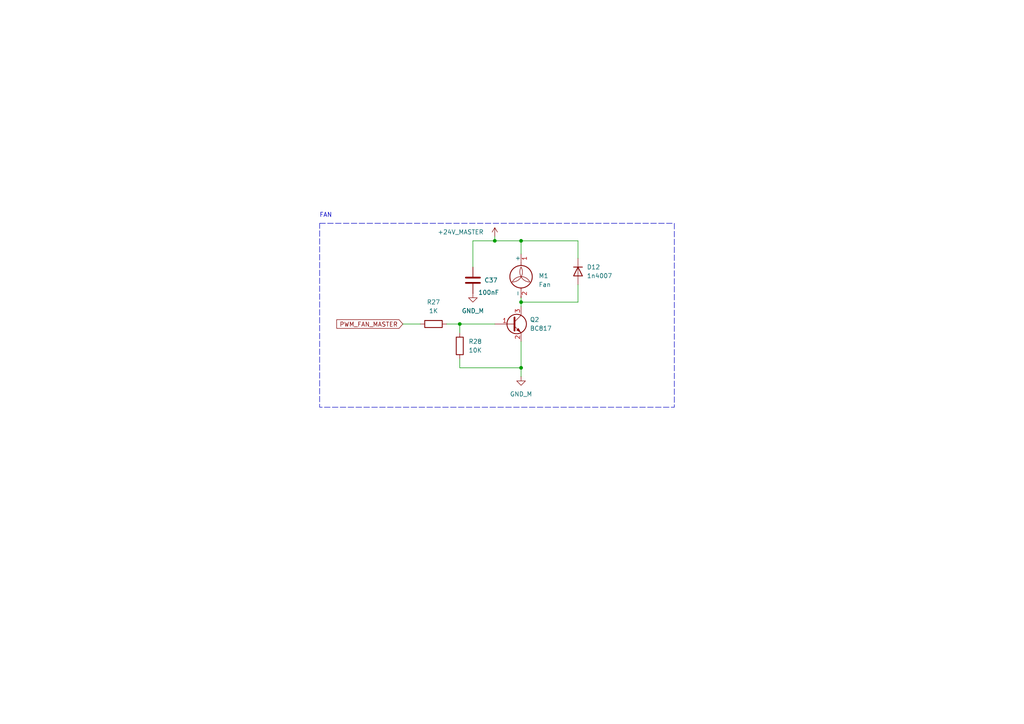
<source format=kicad_sch>
(kicad_sch
	(version 20231120)
	(generator "eeschema")
	(generator_version "8.0")
	(uuid "3e58ced0-e83a-4211-9cbe-2b529e0a13fe")
	(paper "A4")
	(title_block
		(title "FONTE CC/CV MICROCONTROLADA")
		(rev "02")
		(company "MV TECH")
	)
	(lib_symbols
		(symbol "Device:C"
			(pin_numbers hide)
			(pin_names
				(offset 0.254)
			)
			(exclude_from_sim no)
			(in_bom yes)
			(on_board yes)
			(property "Reference" "C"
				(at 0.635 2.54 0)
				(effects
					(font
						(size 1.27 1.27)
					)
					(justify left)
				)
			)
			(property "Value" "C"
				(at 0.635 -2.54 0)
				(effects
					(font
						(size 1.27 1.27)
					)
					(justify left)
				)
			)
			(property "Footprint" ""
				(at 0.9652 -3.81 0)
				(effects
					(font
						(size 1.27 1.27)
					)
					(hide yes)
				)
			)
			(property "Datasheet" "~"
				(at 0 0 0)
				(effects
					(font
						(size 1.27 1.27)
					)
					(hide yes)
				)
			)
			(property "Description" "Unpolarized capacitor"
				(at 0 0 0)
				(effects
					(font
						(size 1.27 1.27)
					)
					(hide yes)
				)
			)
			(property "ki_keywords" "cap capacitor"
				(at 0 0 0)
				(effects
					(font
						(size 1.27 1.27)
					)
					(hide yes)
				)
			)
			(property "ki_fp_filters" "C_*"
				(at 0 0 0)
				(effects
					(font
						(size 1.27 1.27)
					)
					(hide yes)
				)
			)
			(symbol "C_0_1"
				(polyline
					(pts
						(xy -2.032 -0.762) (xy 2.032 -0.762)
					)
					(stroke
						(width 0.508)
						(type default)
					)
					(fill
						(type none)
					)
				)
				(polyline
					(pts
						(xy -2.032 0.762) (xy 2.032 0.762)
					)
					(stroke
						(width 0.508)
						(type default)
					)
					(fill
						(type none)
					)
				)
			)
			(symbol "C_1_1"
				(pin passive line
					(at 0 3.81 270)
					(length 2.794)
					(name "~"
						(effects
							(font
								(size 1.27 1.27)
							)
						)
					)
					(number "1"
						(effects
							(font
								(size 1.27 1.27)
							)
						)
					)
				)
				(pin passive line
					(at 0 -3.81 90)
					(length 2.794)
					(name "~"
						(effects
							(font
								(size 1.27 1.27)
							)
						)
					)
					(number "2"
						(effects
							(font
								(size 1.27 1.27)
							)
						)
					)
				)
			)
		)
		(symbol "Device:R"
			(pin_numbers hide)
			(pin_names
				(offset 0)
			)
			(exclude_from_sim no)
			(in_bom yes)
			(on_board yes)
			(property "Reference" "R"
				(at 2.032 0 90)
				(effects
					(font
						(size 1.27 1.27)
					)
				)
			)
			(property "Value" "R"
				(at 0 0 90)
				(effects
					(font
						(size 1.27 1.27)
					)
				)
			)
			(property "Footprint" ""
				(at -1.778 0 90)
				(effects
					(font
						(size 1.27 1.27)
					)
					(hide yes)
				)
			)
			(property "Datasheet" "~"
				(at 0 0 0)
				(effects
					(font
						(size 1.27 1.27)
					)
					(hide yes)
				)
			)
			(property "Description" "Resistor"
				(at 0 0 0)
				(effects
					(font
						(size 1.27 1.27)
					)
					(hide yes)
				)
			)
			(property "ki_keywords" "R res resistor"
				(at 0 0 0)
				(effects
					(font
						(size 1.27 1.27)
					)
					(hide yes)
				)
			)
			(property "ki_fp_filters" "R_*"
				(at 0 0 0)
				(effects
					(font
						(size 1.27 1.27)
					)
					(hide yes)
				)
			)
			(symbol "R_0_1"
				(rectangle
					(start -1.016 -2.54)
					(end 1.016 2.54)
					(stroke
						(width 0.254)
						(type default)
					)
					(fill
						(type none)
					)
				)
			)
			(symbol "R_1_1"
				(pin passive line
					(at 0 3.81 270)
					(length 1.27)
					(name "~"
						(effects
							(font
								(size 1.27 1.27)
							)
						)
					)
					(number "1"
						(effects
							(font
								(size 1.27 1.27)
							)
						)
					)
				)
				(pin passive line
					(at 0 -3.81 90)
					(length 1.27)
					(name "~"
						(effects
							(font
								(size 1.27 1.27)
							)
						)
					)
					(number "2"
						(effects
							(font
								(size 1.27 1.27)
							)
						)
					)
				)
			)
		)
		(symbol "Diode:US2AA"
			(pin_numbers hide)
			(pin_names hide)
			(exclude_from_sim no)
			(in_bom yes)
			(on_board yes)
			(property "Reference" "D"
				(at 0 2.54 0)
				(effects
					(font
						(size 1.27 1.27)
					)
				)
			)
			(property "Value" "US2AA"
				(at 0 -2.54 0)
				(effects
					(font
						(size 1.27 1.27)
					)
				)
			)
			(property "Footprint" "Diode_SMD:D_SMA"
				(at 0 -4.445 0)
				(effects
					(font
						(size 1.27 1.27)
					)
					(hide yes)
				)
			)
			(property "Datasheet" "https://www.onsemi.com/pub/Collateral/US2AA-D.PDF"
				(at 0 0 0)
				(effects
					(font
						(size 1.27 1.27)
					)
					(hide yes)
				)
			)
			(property "Description" "50V, 1.5A, General Purpose Rectifier Diode, SMA(DO-214AC)"
				(at 0 0 0)
				(effects
					(font
						(size 1.27 1.27)
					)
					(hide yes)
				)
			)
			(property "Sim.Device" "D"
				(at 0 0 0)
				(effects
					(font
						(size 1.27 1.27)
					)
					(hide yes)
				)
			)
			(property "Sim.Pins" "1=K 2=A"
				(at 0 0 0)
				(effects
					(font
						(size 1.27 1.27)
					)
					(hide yes)
				)
			)
			(property "ki_keywords" "Super Fast"
				(at 0 0 0)
				(effects
					(font
						(size 1.27 1.27)
					)
					(hide yes)
				)
			)
			(property "ki_fp_filters" "D*SMA*"
				(at 0 0 0)
				(effects
					(font
						(size 1.27 1.27)
					)
					(hide yes)
				)
			)
			(symbol "US2AA_0_1"
				(polyline
					(pts
						(xy -1.27 1.27) (xy -1.27 -1.27)
					)
					(stroke
						(width 0.254)
						(type default)
					)
					(fill
						(type none)
					)
				)
				(polyline
					(pts
						(xy 1.27 0) (xy -1.27 0)
					)
					(stroke
						(width 0)
						(type default)
					)
					(fill
						(type none)
					)
				)
				(polyline
					(pts
						(xy 1.27 1.27) (xy 1.27 -1.27) (xy -1.27 0) (xy 1.27 1.27)
					)
					(stroke
						(width 0.254)
						(type default)
					)
					(fill
						(type none)
					)
				)
			)
			(symbol "US2AA_1_1"
				(pin passive line
					(at -3.81 0 0)
					(length 2.54)
					(name "K"
						(effects
							(font
								(size 1.27 1.27)
							)
						)
					)
					(number "1"
						(effects
							(font
								(size 1.27 1.27)
							)
						)
					)
				)
				(pin passive line
					(at 3.81 0 180)
					(length 2.54)
					(name "A"
						(effects
							(font
								(size 1.27 1.27)
							)
						)
					)
					(number "2"
						(effects
							(font
								(size 1.27 1.27)
							)
						)
					)
				)
			)
		)
		(symbol "Motor:Fan"
			(pin_names
				(offset 0)
			)
			(exclude_from_sim no)
			(in_bom yes)
			(on_board yes)
			(property "Reference" "M"
				(at 2.54 5.08 0)
				(effects
					(font
						(size 1.27 1.27)
					)
					(justify left)
				)
			)
			(property "Value" "Fan"
				(at 2.54 -2.54 0)
				(effects
					(font
						(size 1.27 1.27)
					)
					(justify left top)
				)
			)
			(property "Footprint" ""
				(at 0 0.254 0)
				(effects
					(font
						(size 1.27 1.27)
					)
					(hide yes)
				)
			)
			(property "Datasheet" "~"
				(at 0 0.254 0)
				(effects
					(font
						(size 1.27 1.27)
					)
					(hide yes)
				)
			)
			(property "Description" "Fan"
				(at 0 0 0)
				(effects
					(font
						(size 1.27 1.27)
					)
					(hide yes)
				)
			)
			(property "ki_keywords" "Fan Motor"
				(at 0 0 0)
				(effects
					(font
						(size 1.27 1.27)
					)
					(hide yes)
				)
			)
			(property "ki_fp_filters" "PinHeader*P2.54mm* TerminalBlock*"
				(at 0 0 0)
				(effects
					(font
						(size 1.27 1.27)
					)
					(hide yes)
				)
			)
			(symbol "Fan_0_1"
				(arc
					(start -2.54 -0.508)
					(mid 0.0028 0.9121)
					(end 0 3.81)
					(stroke
						(width 0)
						(type default)
					)
					(fill
						(type none)
					)
				)
				(polyline
					(pts
						(xy 0 -5.08) (xy 0 -4.572)
					)
					(stroke
						(width 0)
						(type default)
					)
					(fill
						(type none)
					)
				)
				(polyline
					(pts
						(xy 0 -2.2352) (xy 0 -2.6416)
					)
					(stroke
						(width 0)
						(type default)
					)
					(fill
						(type none)
					)
				)
				(polyline
					(pts
						(xy 0 4.2672) (xy 0 4.6228)
					)
					(stroke
						(width 0)
						(type default)
					)
					(fill
						(type none)
					)
				)
				(polyline
					(pts
						(xy 0 4.572) (xy 0 5.08)
					)
					(stroke
						(width 0)
						(type default)
					)
					(fill
						(type none)
					)
				)
				(circle
					(center 0 1.016)
					(radius 3.2512)
					(stroke
						(width 0.254)
						(type default)
					)
					(fill
						(type none)
					)
				)
				(arc
					(start 0 3.81)
					(mid 0.053 0.921)
					(end 2.54 -0.508)
					(stroke
						(width 0)
						(type default)
					)
					(fill
						(type none)
					)
				)
				(arc
					(start 2.54 -0.508)
					(mid 0 1.0618)
					(end -2.54 -0.508)
					(stroke
						(width 0)
						(type default)
					)
					(fill
						(type none)
					)
				)
			)
			(symbol "Fan_1_1"
				(pin passive line
					(at 0 7.62 270)
					(length 2.54)
					(name "+"
						(effects
							(font
								(size 1.27 1.27)
							)
						)
					)
					(number "1"
						(effects
							(font
								(size 1.27 1.27)
							)
						)
					)
				)
				(pin passive line
					(at 0 -5.08 90)
					(length 2.54)
					(name "-"
						(effects
							(font
								(size 1.27 1.27)
							)
						)
					)
					(number "2"
						(effects
							(font
								(size 1.27 1.27)
							)
						)
					)
				)
			)
		)
		(symbol "Transistor_BJT:BC817"
			(pin_names
				(offset 0) hide)
			(exclude_from_sim no)
			(in_bom yes)
			(on_board yes)
			(property "Reference" "Q"
				(at 5.08 1.905 0)
				(effects
					(font
						(size 1.27 1.27)
					)
					(justify left)
				)
			)
			(property "Value" "BC817"
				(at 5.08 0 0)
				(effects
					(font
						(size 1.27 1.27)
					)
					(justify left)
				)
			)
			(property "Footprint" "Package_TO_SOT_SMD:SOT-23"
				(at 5.08 -1.905 0)
				(effects
					(font
						(size 1.27 1.27)
						(italic yes)
					)
					(justify left)
					(hide yes)
				)
			)
			(property "Datasheet" "https://www.onsemi.com/pub/Collateral/BC818-D.pdf"
				(at 0 0 0)
				(effects
					(font
						(size 1.27 1.27)
					)
					(justify left)
					(hide yes)
				)
			)
			(property "Description" "0.8A Ic, 45V Vce, NPN Transistor, SOT-23"
				(at 0 0 0)
				(effects
					(font
						(size 1.27 1.27)
					)
					(hide yes)
				)
			)
			(property "ki_keywords" "NPN Transistor"
				(at 0 0 0)
				(effects
					(font
						(size 1.27 1.27)
					)
					(hide yes)
				)
			)
			(property "ki_fp_filters" "SOT?23*"
				(at 0 0 0)
				(effects
					(font
						(size 1.27 1.27)
					)
					(hide yes)
				)
			)
			(symbol "BC817_0_1"
				(polyline
					(pts
						(xy 0.635 0.635) (xy 2.54 2.54)
					)
					(stroke
						(width 0)
						(type default)
					)
					(fill
						(type none)
					)
				)
				(polyline
					(pts
						(xy 0.635 -0.635) (xy 2.54 -2.54) (xy 2.54 -2.54)
					)
					(stroke
						(width 0)
						(type default)
					)
					(fill
						(type none)
					)
				)
				(polyline
					(pts
						(xy 0.635 1.905) (xy 0.635 -1.905) (xy 0.635 -1.905)
					)
					(stroke
						(width 0.508)
						(type default)
					)
					(fill
						(type none)
					)
				)
				(polyline
					(pts
						(xy 1.27 -1.778) (xy 1.778 -1.27) (xy 2.286 -2.286) (xy 1.27 -1.778) (xy 1.27 -1.778)
					)
					(stroke
						(width 0)
						(type default)
					)
					(fill
						(type outline)
					)
				)
				(circle
					(center 1.27 0)
					(radius 2.8194)
					(stroke
						(width 0.254)
						(type default)
					)
					(fill
						(type none)
					)
				)
			)
			(symbol "BC817_1_1"
				(pin input line
					(at -5.08 0 0)
					(length 5.715)
					(name "B"
						(effects
							(font
								(size 1.27 1.27)
							)
						)
					)
					(number "1"
						(effects
							(font
								(size 1.27 1.27)
							)
						)
					)
				)
				(pin passive line
					(at 2.54 -5.08 90)
					(length 2.54)
					(name "E"
						(effects
							(font
								(size 1.27 1.27)
							)
						)
					)
					(number "2"
						(effects
							(font
								(size 1.27 1.27)
							)
						)
					)
				)
				(pin passive line
					(at 2.54 5.08 270)
					(length 2.54)
					(name "C"
						(effects
							(font
								(size 1.27 1.27)
							)
						)
					)
					(number "3"
						(effects
							(font
								(size 1.27 1.27)
							)
						)
					)
				)
			)
		)
		(symbol "power:GND"
			(power)
			(pin_numbers hide)
			(pin_names
				(offset 0) hide)
			(exclude_from_sim no)
			(in_bom yes)
			(on_board yes)
			(property "Reference" "#PWR"
				(at 0 -6.35 0)
				(effects
					(font
						(size 1.27 1.27)
					)
					(hide yes)
				)
			)
			(property "Value" "GND"
				(at 0 -3.81 0)
				(effects
					(font
						(size 1.27 1.27)
					)
				)
			)
			(property "Footprint" ""
				(at 0 0 0)
				(effects
					(font
						(size 1.27 1.27)
					)
					(hide yes)
				)
			)
			(property "Datasheet" ""
				(at 0 0 0)
				(effects
					(font
						(size 1.27 1.27)
					)
					(hide yes)
				)
			)
			(property "Description" "Power symbol creates a global label with name \"GND\" , ground"
				(at 0 0 0)
				(effects
					(font
						(size 1.27 1.27)
					)
					(hide yes)
				)
			)
			(property "ki_keywords" "global power"
				(at 0 0 0)
				(effects
					(font
						(size 1.27 1.27)
					)
					(hide yes)
				)
			)
			(symbol "GND_0_1"
				(polyline
					(pts
						(xy 0 0) (xy 0 -1.27) (xy 1.27 -1.27) (xy 0 -2.54) (xy -1.27 -1.27) (xy 0 -1.27)
					)
					(stroke
						(width 0)
						(type default)
					)
					(fill
						(type none)
					)
				)
			)
			(symbol "GND_1_1"
				(pin power_in line
					(at 0 0 270)
					(length 0)
					(name "~"
						(effects
							(font
								(size 1.27 1.27)
							)
						)
					)
					(number "1"
						(effects
							(font
								(size 1.27 1.27)
							)
						)
					)
				)
			)
		)
		(symbol "power:VCC"
			(power)
			(pin_numbers hide)
			(pin_names
				(offset 0) hide)
			(exclude_from_sim no)
			(in_bom yes)
			(on_board yes)
			(property "Reference" "#PWR"
				(at 0 -3.81 0)
				(effects
					(font
						(size 1.27 1.27)
					)
					(hide yes)
				)
			)
			(property "Value" "VCC"
				(at 0 3.556 0)
				(effects
					(font
						(size 1.27 1.27)
					)
				)
			)
			(property "Footprint" ""
				(at 0 0 0)
				(effects
					(font
						(size 1.27 1.27)
					)
					(hide yes)
				)
			)
			(property "Datasheet" ""
				(at 0 0 0)
				(effects
					(font
						(size 1.27 1.27)
					)
					(hide yes)
				)
			)
			(property "Description" "Power symbol creates a global label with name \"VCC\""
				(at 0 0 0)
				(effects
					(font
						(size 1.27 1.27)
					)
					(hide yes)
				)
			)
			(property "ki_keywords" "global power"
				(at 0 0 0)
				(effects
					(font
						(size 1.27 1.27)
					)
					(hide yes)
				)
			)
			(symbol "VCC_0_1"
				(polyline
					(pts
						(xy -0.762 1.27) (xy 0 2.54)
					)
					(stroke
						(width 0)
						(type default)
					)
					(fill
						(type none)
					)
				)
				(polyline
					(pts
						(xy 0 0) (xy 0 2.54)
					)
					(stroke
						(width 0)
						(type default)
					)
					(fill
						(type none)
					)
				)
				(polyline
					(pts
						(xy 0 2.54) (xy 0.762 1.27)
					)
					(stroke
						(width 0)
						(type default)
					)
					(fill
						(type none)
					)
				)
			)
			(symbol "VCC_1_1"
				(pin power_in line
					(at 0 0 90)
					(length 0)
					(name "~"
						(effects
							(font
								(size 1.27 1.27)
							)
						)
					)
					(number "1"
						(effects
							(font
								(size 1.27 1.27)
							)
						)
					)
				)
			)
		)
	)
	(junction
		(at 151.13 69.85)
		(diameter 0)
		(color 0 0 0 0)
		(uuid "639aa4f2-7718-42fd-bae3-202648b2f0f3")
	)
	(junction
		(at 143.51 69.85)
		(diameter 0)
		(color 0 0 0 0)
		(uuid "7ee5dbaf-5768-4528-a937-c8f17d73cf44")
	)
	(junction
		(at 133.35 93.98)
		(diameter 0)
		(color 0 0 0 0)
		(uuid "7f66ad22-76e1-4b0b-b5b3-8ab9d879ef2d")
	)
	(junction
		(at 151.13 106.68)
		(diameter 0)
		(color 0 0 0 0)
		(uuid "eb74da8e-0e7b-4579-82b3-a7b1db522f58")
	)
	(junction
		(at 151.13 87.63)
		(diameter 0)
		(color 0 0 0 0)
		(uuid "f0cf34a4-c187-4a52-a69f-dbc2b2578eb7")
	)
	(wire
		(pts
			(xy 133.35 106.68) (xy 151.13 106.68)
		)
		(stroke
			(width 0)
			(type default)
		)
		(uuid "047f84a0-8714-41bf-9464-545155d21a95")
	)
	(wire
		(pts
			(xy 151.13 87.63) (xy 151.13 88.9)
		)
		(stroke
			(width 0)
			(type default)
		)
		(uuid "0ac47c27-e5ac-40b7-a782-33a3fc2a39a3")
	)
	(wire
		(pts
			(xy 129.54 93.98) (xy 133.35 93.98)
		)
		(stroke
			(width 0)
			(type default)
		)
		(uuid "33fd06c1-cfb5-4398-9318-cca3aa96d339")
	)
	(wire
		(pts
			(xy 151.13 106.68) (xy 151.13 109.22)
		)
		(stroke
			(width 0)
			(type default)
		)
		(uuid "34895d37-abeb-41b4-9d4e-03ab6f2a1587")
	)
	(wire
		(pts
			(xy 143.51 68.58) (xy 143.51 69.85)
		)
		(stroke
			(width 0)
			(type default)
		)
		(uuid "394031a9-0ca4-4cba-ad12-4cad80ac72c7")
	)
	(wire
		(pts
			(xy 151.13 99.06) (xy 151.13 106.68)
		)
		(stroke
			(width 0)
			(type default)
		)
		(uuid "40443edf-e85f-4713-bb6b-a9a488d664b4")
	)
	(wire
		(pts
			(xy 143.51 93.98) (xy 133.35 93.98)
		)
		(stroke
			(width 0)
			(type default)
		)
		(uuid "4c9c19f8-bbfd-47f2-9efa-6c59f78989d5")
	)
	(wire
		(pts
			(xy 143.51 69.85) (xy 151.13 69.85)
		)
		(stroke
			(width 0)
			(type default)
		)
		(uuid "4cf62aa5-34fb-4f20-929f-f106d24b17f9")
	)
	(wire
		(pts
			(xy 116.84 93.98) (xy 121.92 93.98)
		)
		(stroke
			(width 0)
			(type default)
		)
		(uuid "7799e3d7-e8f9-425a-a6b6-5828c5708eb6")
	)
	(wire
		(pts
			(xy 133.35 93.98) (xy 133.35 96.52)
		)
		(stroke
			(width 0)
			(type default)
		)
		(uuid "850e2045-092c-40a0-b03f-9453e77531bb")
	)
	(wire
		(pts
			(xy 137.16 77.47) (xy 137.16 69.85)
		)
		(stroke
			(width 0)
			(type default)
		)
		(uuid "895666bc-1028-4cf2-9794-854f921edddf")
	)
	(wire
		(pts
			(xy 151.13 69.85) (xy 167.64 69.85)
		)
		(stroke
			(width 0)
			(type default)
		)
		(uuid "8a6a069d-3919-4b9b-ae9e-4f871ad278df")
	)
	(wire
		(pts
			(xy 167.64 82.55) (xy 167.64 87.63)
		)
		(stroke
			(width 0)
			(type default)
		)
		(uuid "9002dbbf-d369-46f6-8c6e-0a6702691d16")
	)
	(wire
		(pts
			(xy 151.13 69.85) (xy 151.13 73.66)
		)
		(stroke
			(width 0)
			(type default)
		)
		(uuid "9888954b-f300-4f61-8dae-026efe210650")
	)
	(wire
		(pts
			(xy 151.13 86.36) (xy 151.13 87.63)
		)
		(stroke
			(width 0)
			(type default)
		)
		(uuid "9891da4b-338e-4cba-8a4a-5006dda3dbf5")
	)
	(wire
		(pts
			(xy 133.35 104.14) (xy 133.35 106.68)
		)
		(stroke
			(width 0)
			(type default)
		)
		(uuid "9be096ed-daf6-45dc-a217-100afc2eb4be")
	)
	(wire
		(pts
			(xy 167.64 74.93) (xy 167.64 69.85)
		)
		(stroke
			(width 0)
			(type default)
		)
		(uuid "e57a756c-10f3-405a-880d-807c045a422c")
	)
	(wire
		(pts
			(xy 137.16 69.85) (xy 143.51 69.85)
		)
		(stroke
			(width 0)
			(type default)
		)
		(uuid "f0c56828-2f96-4663-940d-aea7437c79f5")
	)
	(wire
		(pts
			(xy 151.13 87.63) (xy 167.64 87.63)
		)
		(stroke
			(width 0)
			(type default)
		)
		(uuid "f0c5b756-4702-4304-b060-3976e15eb897")
	)
	(rectangle
		(start 92.71 64.77)
		(end 195.58 118.11)
		(stroke
			(width 0)
			(type dash)
		)
		(fill
			(type none)
		)
		(uuid e6f74d78-491f-4884-a4fa-a7a6d81cf637)
	)
	(text "FAN\n"
		(exclude_from_sim no)
		(at 94.488 62.484 0)
		(effects
			(font
				(size 1.27 1.27)
			)
		)
		(uuid "a7797429-02b2-480c-8097-9dc31f35ea39")
	)
	(global_label "PWM_FAN_MASTER"
		(shape input)
		(at 116.84 93.98 180)
		(fields_autoplaced yes)
		(effects
			(font
				(size 1.27 1.27)
			)
			(justify right)
		)
		(uuid "e996f0ed-1f99-4935-b909-ed3aa5b3a566")
		(property "Intersheetrefs" "${INTERSHEET_REFS}"
			(at 97.103 93.98 0)
			(effects
				(font
					(size 1.27 1.27)
				)
				(justify right)
				(hide yes)
			)
		)
	)
	(symbol
		(lib_id "power:VCC")
		(at 143.51 68.58 0)
		(unit 1)
		(exclude_from_sim no)
		(in_bom yes)
		(on_board yes)
		(dnp no)
		(uuid "0e646f9d-2bac-4973-b49c-949894c16c2b")
		(property "Reference" "#PWR056"
			(at 143.51 72.39 0)
			(effects
				(font
					(size 1.27 1.27)
				)
				(hide yes)
			)
		)
		(property "Value" "+24V_MASTER"
			(at 133.604 67.31 0)
			(effects
				(font
					(size 1.27 1.27)
				)
			)
		)
		(property "Footprint" ""
			(at 143.51 68.58 0)
			(effects
				(font
					(size 1.27 1.27)
				)
				(hide yes)
			)
		)
		(property "Datasheet" ""
			(at 143.51 68.58 0)
			(effects
				(font
					(size 1.27 1.27)
				)
				(hide yes)
			)
		)
		(property "Description" "Power symbol creates a global label with name \"VCC\""
			(at 143.51 68.58 0)
			(effects
				(font
					(size 1.27 1.27)
				)
				(hide yes)
			)
		)
		(pin "1"
			(uuid "e7b26a00-5b31-4c0a-af2f-ffb19b0eb375")
		)
		(instances
			(project "FONTE_V2"
				(path "/b66137f9-f871-4921-ab89-353bfdf398cf/72fdb841-b1a7-44d0-b48a-aa8e471fed5d"
					(reference "#PWR056")
					(unit 1)
				)
			)
		)
	)
	(symbol
		(lib_id "Device:R")
		(at 133.35 100.33 0)
		(unit 1)
		(exclude_from_sim no)
		(in_bom yes)
		(on_board yes)
		(dnp no)
		(fields_autoplaced yes)
		(uuid "34506765-9cb5-40d1-b70d-517a6fad707e")
		(property "Reference" "R28"
			(at 135.89 99.0599 0)
			(effects
				(font
					(size 1.27 1.27)
				)
				(justify left)
			)
		)
		(property "Value" "10K"
			(at 135.89 101.5999 0)
			(effects
				(font
					(size 1.27 1.27)
				)
				(justify left)
			)
		)
		(property "Footprint" "Resistor_SMD:R_0805_2012Metric"
			(at 131.572 100.33 90)
			(effects
				(font
					(size 1.27 1.27)
				)
				(hide yes)
			)
		)
		(property "Datasheet" "~"
			(at 133.35 100.33 0)
			(effects
				(font
					(size 1.27 1.27)
				)
				(hide yes)
			)
		)
		(property "Description" "Resistor"
			(at 133.35 100.33 0)
			(effects
				(font
					(size 1.27 1.27)
				)
				(hide yes)
			)
		)
		(pin "1"
			(uuid "f9223743-3a9d-49bf-9bfc-9450179390e4")
		)
		(pin "2"
			(uuid "b7390989-72f0-45eb-a3b6-71292686885d")
		)
		(instances
			(project "FONTE_V2"
				(path "/b66137f9-f871-4921-ab89-353bfdf398cf/72fdb841-b1a7-44d0-b48a-aa8e471fed5d"
					(reference "R28")
					(unit 1)
				)
			)
		)
	)
	(symbol
		(lib_id "Motor:Fan")
		(at 151.13 81.28 0)
		(unit 1)
		(exclude_from_sim no)
		(in_bom yes)
		(on_board yes)
		(dnp no)
		(fields_autoplaced yes)
		(uuid "35804c6b-cc04-4ea6-8a8c-daed0ef333d3")
		(property "Reference" "M1"
			(at 156.21 80.0099 0)
			(effects
				(font
					(size 1.27 1.27)
				)
				(justify left)
			)
		)
		(property "Value" "Fan"
			(at 156.21 82.5499 0)
			(effects
				(font
					(size 1.27 1.27)
				)
				(justify left)
			)
		)
		(property "Footprint" "Connector_PinHeader_2.54mm:PinHeader_1x02_P2.54mm_Vertical"
			(at 151.13 81.026 0)
			(effects
				(font
					(size 1.27 1.27)
				)
				(hide yes)
			)
		)
		(property "Datasheet" "~"
			(at 151.13 81.026 0)
			(effects
				(font
					(size 1.27 1.27)
				)
				(hide yes)
			)
		)
		(property "Description" "Fan"
			(at 151.13 81.28 0)
			(effects
				(font
					(size 1.27 1.27)
				)
				(hide yes)
			)
		)
		(pin "2"
			(uuid "cad50641-a9e5-47b9-a471-17fce9c0d980")
		)
		(pin "1"
			(uuid "a951c994-7bf5-4a66-8359-b0181ac8dc85")
		)
		(instances
			(project "FONTE_V2"
				(path "/b66137f9-f871-4921-ab89-353bfdf398cf/72fdb841-b1a7-44d0-b48a-aa8e471fed5d"
					(reference "M1")
					(unit 1)
				)
			)
		)
	)
	(symbol
		(lib_id "Diode:US2AA")
		(at 167.64 78.74 270)
		(unit 1)
		(exclude_from_sim no)
		(in_bom yes)
		(on_board yes)
		(dnp no)
		(fields_autoplaced yes)
		(uuid "56a258b0-bc29-465e-882e-29f2cb1c909f")
		(property "Reference" "D12"
			(at 170.18 77.4699 90)
			(effects
				(font
					(size 1.27 1.27)
				)
				(justify left)
			)
		)
		(property "Value" "1n4007"
			(at 170.18 80.0099 90)
			(effects
				(font
					(size 1.27 1.27)
				)
				(justify left)
			)
		)
		(property "Footprint" "Diode_SMD:D_SMA_Handsoldering"
			(at 163.195 78.74 0)
			(effects
				(font
					(size 1.27 1.27)
				)
				(hide yes)
			)
		)
		(property "Datasheet" "https://www.onsemi.com/pub/Collateral/US2AA-D.PDF"
			(at 167.64 78.74 0)
			(effects
				(font
					(size 1.27 1.27)
				)
				(hide yes)
			)
		)
		(property "Description" "50V, 1.5A, General Purpose Rectifier Diode, SMA(DO-214AC)"
			(at 167.64 78.74 0)
			(effects
				(font
					(size 1.27 1.27)
				)
				(hide yes)
			)
		)
		(property "Sim.Device" "D"
			(at 167.64 78.74 0)
			(effects
				(font
					(size 1.27 1.27)
				)
				(hide yes)
			)
		)
		(property "Sim.Pins" "1=K 2=A"
			(at 167.64 78.74 0)
			(effects
				(font
					(size 1.27 1.27)
				)
				(hide yes)
			)
		)
		(pin "2"
			(uuid "5a92b713-a7f1-482b-8fbd-a68341c85794")
		)
		(pin "1"
			(uuid "b8e3aee2-60f9-4281-9765-a1737ff627de")
		)
		(instances
			(project "FONTE_V2"
				(path "/b66137f9-f871-4921-ab89-353bfdf398cf/72fdb841-b1a7-44d0-b48a-aa8e471fed5d"
					(reference "D12")
					(unit 1)
				)
			)
		)
	)
	(symbol
		(lib_id "Transistor_BJT:BC817")
		(at 148.59 93.98 0)
		(unit 1)
		(exclude_from_sim no)
		(in_bom yes)
		(on_board yes)
		(dnp no)
		(fields_autoplaced yes)
		(uuid "7cb3a1fc-ed6a-4d16-b472-baaddc5bc83d")
		(property "Reference" "Q2"
			(at 153.67 92.7099 0)
			(effects
				(font
					(size 1.27 1.27)
				)
				(justify left)
			)
		)
		(property "Value" "BC817"
			(at 153.67 95.2499 0)
			(effects
				(font
					(size 1.27 1.27)
				)
				(justify left)
			)
		)
		(property "Footprint" "Package_TO_SOT_SMD:SOT-23"
			(at 153.67 95.885 0)
			(effects
				(font
					(size 1.27 1.27)
					(italic yes)
				)
				(justify left)
				(hide yes)
			)
		)
		(property "Datasheet" "https://www.onsemi.com/pub/Collateral/BC818-D.pdf"
			(at 148.59 93.98 0)
			(effects
				(font
					(size 1.27 1.27)
				)
				(justify left)
				(hide yes)
			)
		)
		(property "Description" "0.8A Ic, 45V Vce, NPN Transistor, SOT-23"
			(at 148.59 93.98 0)
			(effects
				(font
					(size 1.27 1.27)
				)
				(hide yes)
			)
		)
		(pin "2"
			(uuid "cd956acd-28ff-4b4a-a15b-e1ffd8810c00")
		)
		(pin "3"
			(uuid "dcf331d9-79d8-4e12-844e-f46314a9d589")
		)
		(pin "1"
			(uuid "b9979057-503b-426f-b292-dde0fa3c5bff")
		)
		(instances
			(project "FONTE_V2"
				(path "/b66137f9-f871-4921-ab89-353bfdf398cf/72fdb841-b1a7-44d0-b48a-aa8e471fed5d"
					(reference "Q2")
					(unit 1)
				)
			)
		)
	)
	(symbol
		(lib_id "Device:C")
		(at 137.16 81.28 0)
		(unit 1)
		(exclude_from_sim no)
		(in_bom yes)
		(on_board yes)
		(dnp no)
		(uuid "961a02a7-b1eb-4566-8e5b-2ac3bc81902b")
		(property "Reference" "C37"
			(at 140.462 81.28 0)
			(effects
				(font
					(size 1.27 1.27)
				)
				(justify left)
			)
		)
		(property "Value" "100nF"
			(at 138.684 84.836 0)
			(effects
				(font
					(size 1.27 1.27)
				)
				(justify left)
			)
		)
		(property "Footprint" "Capacitor_SMD:C_0805_2012Metric_Pad1.18x1.45mm_HandSolder"
			(at 138.1252 85.09 0)
			(effects
				(font
					(size 1.27 1.27)
				)
				(hide yes)
			)
		)
		(property "Datasheet" "~"
			(at 137.16 81.28 0)
			(effects
				(font
					(size 1.27 1.27)
				)
				(hide yes)
			)
		)
		(property "Description" "Unpolarized capacitor"
			(at 137.16 81.28 0)
			(effects
				(font
					(size 1.27 1.27)
				)
				(hide yes)
			)
		)
		(pin "1"
			(uuid "e52266a5-a660-4c92-81d5-5799bdc2ecd1")
		)
		(pin "2"
			(uuid "66a72702-d6c0-4001-87e2-1ae3eb2e9872")
		)
		(instances
			(project "FONTE_V2"
				(path "/b66137f9-f871-4921-ab89-353bfdf398cf/72fdb841-b1a7-44d0-b48a-aa8e471fed5d"
					(reference "C37")
					(unit 1)
				)
			)
		)
	)
	(symbol
		(lib_id "Device:R")
		(at 125.73 93.98 270)
		(unit 1)
		(exclude_from_sim no)
		(in_bom yes)
		(on_board yes)
		(dnp no)
		(fields_autoplaced yes)
		(uuid "97a78795-7a58-48d8-81e9-1dc6c9d49840")
		(property "Reference" "R27"
			(at 125.73 87.63 90)
			(effects
				(font
					(size 1.27 1.27)
				)
			)
		)
		(property "Value" "1K"
			(at 125.73 90.17 90)
			(effects
				(font
					(size 1.27 1.27)
				)
			)
		)
		(property "Footprint" "Resistor_SMD:R_0805_2012Metric"
			(at 125.73 92.202 90)
			(effects
				(font
					(size 1.27 1.27)
				)
				(hide yes)
			)
		)
		(property "Datasheet" "~"
			(at 125.73 93.98 0)
			(effects
				(font
					(size 1.27 1.27)
				)
				(hide yes)
			)
		)
		(property "Description" "Resistor"
			(at 125.73 93.98 0)
			(effects
				(font
					(size 1.27 1.27)
				)
				(hide yes)
			)
		)
		(pin "1"
			(uuid "5ec33fbc-47aa-4b6c-83a1-ec0324990c30")
		)
		(pin "2"
			(uuid "e01e4063-2642-43a2-9897-792aea4347ff")
		)
		(instances
			(project "FONTE_V2"
				(path "/b66137f9-f871-4921-ab89-353bfdf398cf/72fdb841-b1a7-44d0-b48a-aa8e471fed5d"
					(reference "R27")
					(unit 1)
				)
			)
		)
	)
	(symbol
		(lib_id "power:GND")
		(at 137.16 85.09 0)
		(unit 1)
		(exclude_from_sim no)
		(in_bom yes)
		(on_board yes)
		(dnp no)
		(fields_autoplaced yes)
		(uuid "c6662f1a-42bd-4aeb-a58c-1683aad573b9")
		(property "Reference" "#PWR0120"
			(at 137.16 91.44 0)
			(effects
				(font
					(size 1.27 1.27)
				)
				(hide yes)
			)
		)
		(property "Value" "GND_M"
			(at 137.16 90.17 0)
			(effects
				(font
					(size 1.27 1.27)
				)
			)
		)
		(property "Footprint" ""
			(at 137.16 85.09 0)
			(effects
				(font
					(size 1.27 1.27)
				)
				(hide yes)
			)
		)
		(property "Datasheet" ""
			(at 137.16 85.09 0)
			(effects
				(font
					(size 1.27 1.27)
				)
				(hide yes)
			)
		)
		(property "Description" "Power symbol creates a global label with name \"GND\" , ground"
			(at 137.16 85.09 0)
			(effects
				(font
					(size 1.27 1.27)
				)
				(hide yes)
			)
		)
		(pin "1"
			(uuid "492ab66a-1b22-419f-8cc5-0c904444f1fc")
		)
		(instances
			(project "FONTE_V2"
				(path "/b66137f9-f871-4921-ab89-353bfdf398cf/72fdb841-b1a7-44d0-b48a-aa8e471fed5d"
					(reference "#PWR0120")
					(unit 1)
				)
			)
		)
	)
	(symbol
		(lib_id "power:GND")
		(at 151.13 109.22 0)
		(unit 1)
		(exclude_from_sim no)
		(in_bom yes)
		(on_board yes)
		(dnp no)
		(fields_autoplaced yes)
		(uuid "e1c65bc6-807a-47d0-aa94-4d869fad41dd")
		(property "Reference" "#PWR072"
			(at 151.13 115.57 0)
			(effects
				(font
					(size 1.27 1.27)
				)
				(hide yes)
			)
		)
		(property "Value" "GND_M"
			(at 151.13 114.3 0)
			(effects
				(font
					(size 1.27 1.27)
				)
			)
		)
		(property "Footprint" ""
			(at 151.13 109.22 0)
			(effects
				(font
					(size 1.27 1.27)
				)
				(hide yes)
			)
		)
		(property "Datasheet" ""
			(at 151.13 109.22 0)
			(effects
				(font
					(size 1.27 1.27)
				)
				(hide yes)
			)
		)
		(property "Description" "Power symbol creates a global label with name \"GND\" , ground"
			(at 151.13 109.22 0)
			(effects
				(font
					(size 1.27 1.27)
				)
				(hide yes)
			)
		)
		(pin "1"
			(uuid "19a3f194-99d0-41c2-b4bb-d13bc8696f78")
		)
		(instances
			(project "FONTE_V2"
				(path "/b66137f9-f871-4921-ab89-353bfdf398cf/72fdb841-b1a7-44d0-b48a-aa8e471fed5d"
					(reference "#PWR072")
					(unit 1)
				)
			)
		)
	)
)

</source>
